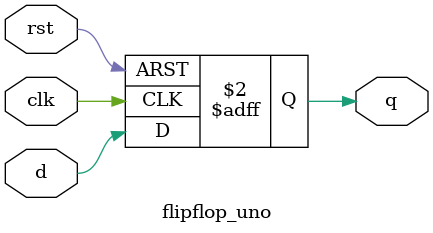
<source format=sv>
`ifndef FLIPFLOP_UNO_SV
`define FLIPFLOP_UNO_SV

module flipflop_uno (input clk, rst, d,
                     output reg q);
    //a_reqack: assert property (@(posedge clk) )               
    always @(posedge clk or posedge rst) begin
        if (rst) begin
            q <= 1'b0;
        end else begin
            q <= d;
        end
    end
endmodule

`endif

</source>
